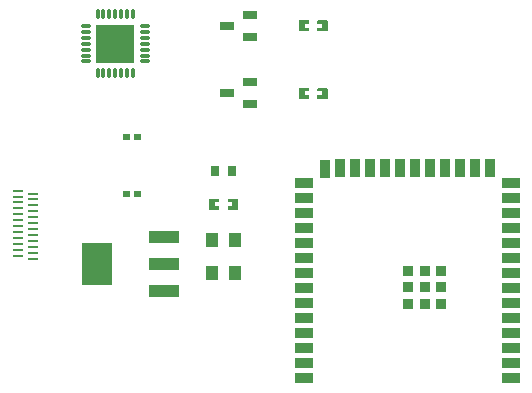
<source format=gtp>
G04 Layer: TopPasteMaskLayer*
G04 EasyEDA v6.5.22, 2023-04-11 14:51:41*
G04 09d7e0edd1714e2dabe8a3ea8b78781f,917733c78a1c4f138cc1705716371eb4,10*
G04 Gerber Generator version 0.2*
G04 Scale: 100 percent, Rotated: No, Reflected: No *
G04 Dimensions in inches *
G04 leading zeros omitted , absolute positions ,3 integer and 6 decimal *
%FSLAX36Y36*%
%MOIN*%

%AMMACRO1*21,1,$1,$2,0,0,$3*%
%ADD10R,0.0315X0.0354*%
%ADD11R,0.0433X0.0512*%
%ADD12R,0.0492X0.0276*%
%ADD13R,0.0591X0.0354*%
%ADD14R,0.0354X0.0591*%
%ADD15R,0.0354X0.0354*%
%ADD16R,0.1260X0.1260*%
%ADD17O,0.035433X0.011024*%
%ADD18O,0.011024X0.035433*%
%ADD19MACRO1,0.0386X0.0972X90.0000*%
%ADD20MACRO1,0.1417X0.0972X-90.0000*%
%ADD21R,0.0374X0.0098*%

%LPD*%
G36*
X349680Y308560D02*
G01*
X347720Y306580D01*
X347720Y288880D01*
X349680Y286900D01*
X368579Y286900D01*
X371340Y288880D01*
X371340Y306580D01*
X368579Y308560D01*
G37*
G36*
X388260Y308560D02*
G01*
X385500Y306580D01*
X385500Y288880D01*
X388260Y286900D01*
X407160Y286900D01*
X409140Y288880D01*
X409140Y306580D01*
X407160Y308560D01*
G37*
G36*
X349680Y118560D02*
G01*
X347720Y116580D01*
X347720Y98880D01*
X349680Y96900D01*
X368579Y96900D01*
X371340Y98880D01*
X371340Y116580D01*
X368579Y118560D01*
G37*
G36*
X388260Y118560D02*
G01*
X385500Y116580D01*
X385500Y98880D01*
X388260Y96900D01*
X407160Y96900D01*
X409140Y98880D01*
X409140Y116580D01*
X407160Y118560D01*
G37*
G36*
X998980Y685440D02*
G01*
X997000Y683480D01*
X997000Y674500D01*
X1011580Y674500D01*
X1011580Y661520D01*
X997000Y661520D01*
X997000Y651979D01*
X998980Y650020D01*
X1030480Y650020D01*
X1032440Y651979D01*
X1032440Y683480D01*
X1030480Y685440D01*
G37*
G36*
X936380Y685440D02*
G01*
X934400Y683480D01*
X934400Y651979D01*
X936380Y650020D01*
X967480Y650020D01*
X969440Y651979D01*
X969440Y661520D01*
X954479Y661520D01*
X954479Y674500D01*
X969440Y674500D01*
X969440Y683480D01*
X967480Y685440D01*
G37*
G36*
X998980Y460439D02*
G01*
X997000Y458480D01*
X997000Y449500D01*
X1011580Y449500D01*
X1011580Y436520D01*
X997000Y436520D01*
X997000Y426980D01*
X998980Y425020D01*
X1030480Y425020D01*
X1032440Y426980D01*
X1032440Y458480D01*
X1030480Y460439D01*
G37*
G36*
X936380Y460439D02*
G01*
X934400Y458480D01*
X934400Y426980D01*
X936380Y425020D01*
X967480Y425020D01*
X969440Y426980D01*
X969440Y436520D01*
X954479Y436520D01*
X954479Y449500D01*
X969440Y449500D01*
X969440Y458480D01*
X967480Y460439D01*
G37*
G36*
X699760Y90440D02*
G01*
X697780Y88480D01*
X697780Y79500D01*
X712360Y79500D01*
X712360Y66520D01*
X697780Y66520D01*
X697780Y56980D01*
X699760Y55020D01*
X731240Y55020D01*
X733220Y56980D01*
X733220Y88480D01*
X731240Y90440D01*
G37*
G36*
X637160Y90440D02*
G01*
X635180Y88480D01*
X635180Y56980D01*
X637160Y55020D01*
X668259Y55020D01*
X670220Y56980D01*
X670220Y66520D01*
X655260Y66520D01*
X655260Y79500D01*
X670220Y79500D01*
X670220Y88480D01*
X668259Y90440D01*
G37*
D10*
G01*
X712063Y182730D03*
G01*
X656943Y182730D03*
D11*
G01*
X645304Y-47269D03*
G01*
X724043Y-47269D03*
G01*
X645304Y-157269D03*
G01*
X724043Y-157269D03*
D12*
G01*
X772793Y405330D03*
G01*
X772793Y480129D03*
G01*
X694054Y442730D03*
G01*
X772793Y630330D03*
G01*
X772793Y705129D03*
G01*
X694054Y667730D03*
D13*
G01*
X1640913Y-507469D03*
G01*
X1640913Y-457469D03*
G01*
X1640913Y-407469D03*
G01*
X1640913Y-357469D03*
G01*
X1640913Y-307469D03*
G01*
X1640913Y-257469D03*
G01*
X1640913Y-207469D03*
G01*
X1640913Y-157469D03*
G01*
X1640913Y-107469D03*
G01*
X1640913Y-57469D03*
G01*
X1640913Y-7469D03*
G01*
X1640913Y42530D03*
G01*
X1640913Y92530D03*
G01*
X1640913Y142530D03*
D14*
G01*
X1571424Y192930D03*
G01*
X1521424Y192930D03*
G01*
X1471424Y192930D03*
G01*
X1421424Y192930D03*
G01*
X1371424Y192930D03*
G01*
X1321424Y192930D03*
G01*
X1271424Y192930D03*
G01*
X1221424Y192930D03*
G01*
X1171424Y192930D03*
G01*
X1121424Y192930D03*
G01*
X1071424Y192930D03*
G01*
X1021424Y191750D03*
D13*
G01*
X951933Y142530D03*
G01*
X951933Y92530D03*
G01*
X951933Y42530D03*
G01*
X951933Y-7469D03*
G01*
X951933Y-57469D03*
G01*
X951933Y-107469D03*
G01*
X951933Y-157469D03*
G01*
X951933Y-207469D03*
G01*
X951933Y-257469D03*
G01*
X951933Y-307469D03*
G01*
X951933Y-357469D03*
G01*
X951933Y-407469D03*
G01*
X951933Y-457469D03*
G01*
X951933Y-507469D03*
D15*
G01*
X1300364Y-148409D03*
G01*
X1355484Y-148399D03*
G01*
X1410603Y-148409D03*
G01*
X1410603Y-258640D03*
G01*
X1355484Y-258640D03*
G01*
X1300364Y-258640D03*
G01*
X1300364Y-203519D03*
G01*
X1410603Y-203519D03*
G01*
X1355484Y-203519D03*
D16*
G01*
X323424Y607719D03*
D17*
G01*
X225003Y548620D03*
G01*
X225003Y568320D03*
G01*
X225003Y588020D03*
G01*
X225003Y607719D03*
G01*
X225003Y627420D03*
G01*
X225003Y647119D03*
G01*
X225003Y666820D03*
D18*
G01*
X264324Y706150D03*
G01*
X284023Y706150D03*
G01*
X303724Y706150D03*
G01*
X323424Y706150D03*
G01*
X343124Y706150D03*
G01*
X362823Y706150D03*
G01*
X382513Y706150D03*
D17*
G01*
X421843Y666820D03*
G01*
X421843Y647119D03*
G01*
X421843Y627420D03*
G01*
X421843Y607719D03*
G01*
X421843Y588020D03*
G01*
X421843Y568320D03*
G01*
X421843Y548620D03*
D18*
G01*
X382513Y509300D03*
G01*
X362823Y509300D03*
G01*
X343124Y509300D03*
G01*
X323424Y509300D03*
G01*
X303724Y509300D03*
G01*
X284023Y509300D03*
G01*
X264324Y509300D03*
D19*
G01*
X485038Y-217821D03*
G01*
X485038Y-127269D03*
G01*
X485038Y-36718D03*
D20*
G01*
X261810Y-127269D03*
D21*
G01*
X49214Y108270D03*
G01*
X49214Y88589D03*
G01*
X49214Y68900D03*
G01*
X49214Y49220D03*
G01*
X49214Y29529D03*
G01*
X49214Y9850D03*
G01*
X49214Y-9839D03*
G01*
X49214Y-29519D03*
G01*
X49214Y-49209D03*
G01*
X49214Y-68889D03*
G01*
X49214Y-88579D03*
G01*
X49214Y-108260D03*
G01*
X3Y-98419D03*
G01*
X3Y-78739D03*
G01*
X3Y-59049D03*
G01*
X3Y-39369D03*
G01*
X3Y-19679D03*
G01*
X3Y0D03*
G01*
X3Y19690D03*
G01*
X3Y39370D03*
G01*
X3Y59059D03*
G01*
X3Y78740D03*
G01*
X3Y98430D03*
G01*
X3Y118110D03*
M02*

</source>
